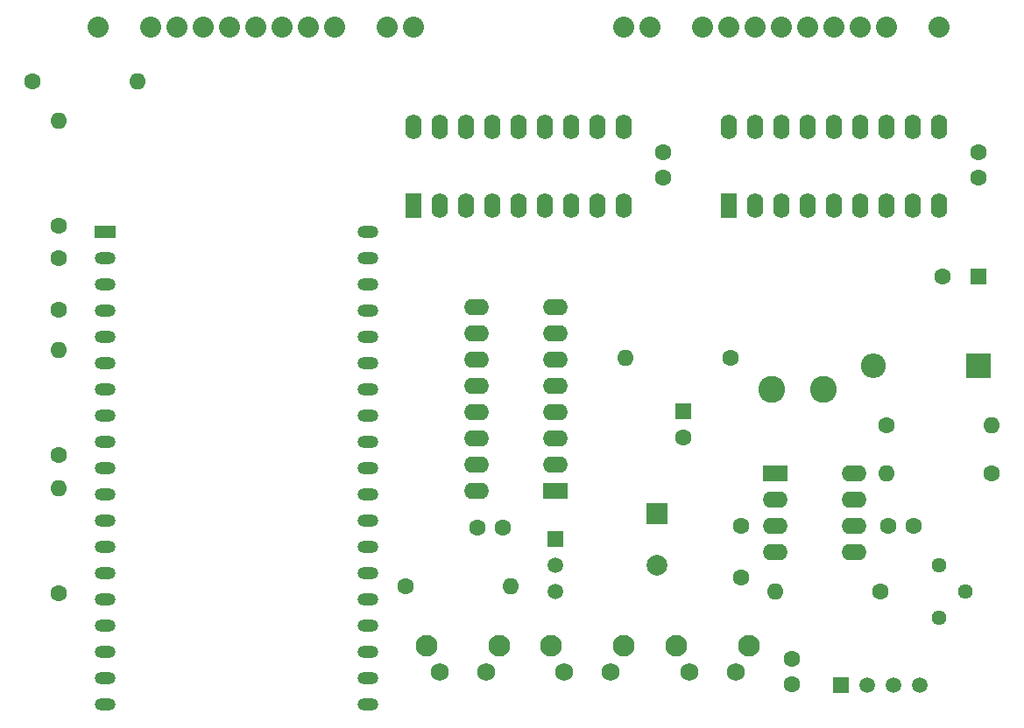
<source format=gbr>
%TF.GenerationSoftware,KiCad,Pcbnew,7.0.2*%
%TF.CreationDate,2023-09-30T04:37:45+09:00*%
%TF.ProjectId,VFD_NTP_CLOCK_V2.0,5646445f-4e54-4505-9f43-4c4f434b5f56,rev?*%
%TF.SameCoordinates,PX5e78920PY6f7ffe8*%
%TF.FileFunction,Soldermask,Bot*%
%TF.FilePolarity,Negative*%
%FSLAX46Y46*%
G04 Gerber Fmt 4.6, Leading zero omitted, Abs format (unit mm)*
G04 Created by KiCad (PCBNEW 7.0.2) date 2023-09-30 04:37:45*
%MOMM*%
%LPD*%
G01*
G04 APERTURE LIST*
%ADD10C,1.600000*%
%ADD11O,1.600000X1.600000*%
%ADD12C,1.440000*%
%ADD13R,1.600000X1.600000*%
%ADD14C,2.032000*%
%ADD15R,1.600000X2.400000*%
%ADD16O,1.600000X2.400000*%
%ADD17C,2.600000*%
%ADD18C,2.100000*%
%ADD19C,1.750000*%
%ADD20R,2.400000X1.600000*%
%ADD21O,2.400000X1.600000*%
%ADD22R,1.500000X1.500000*%
%ADD23C,1.500000*%
%ADD24R,2.400000X2.400000*%
%ADD25O,2.400000X2.400000*%
%ADD26R,2.000000X1.200000*%
%ADD27O,2.000000X1.200000*%
%ADD28R,2.000000X2.000000*%
%ADD29C,2.000000*%
G04 APERTURE END LIST*
D10*
%TO.C,R9*%
X69977000Y35509200D03*
D11*
X59817000Y35509200D03*
%TD*%
D10*
%TO.C,R2*%
X38608000Y13411200D03*
D11*
X48768000Y13411200D03*
%TD*%
D10*
%TO.C,C8*%
X93980000Y52948200D03*
X93980000Y55448200D03*
%TD*%
D12*
%TO.C,RV1*%
X90170000Y10363200D03*
X92710000Y12903200D03*
X90170000Y15443200D03*
%TD*%
D13*
%TO.C,C9*%
X93980000Y43383200D03*
D10*
X90480000Y43383200D03*
%TD*%
D14*
%TO.C,U5*%
X90170000Y67486200D03*
X85090000Y67486200D03*
X82550000Y67486200D03*
X80010000Y67486200D03*
X77470000Y67486200D03*
X74930000Y67486200D03*
X72390000Y67486200D03*
X69850000Y67486200D03*
X67310000Y67486200D03*
X62230000Y67486200D03*
X59690000Y67486200D03*
X39370000Y67486200D03*
X36830000Y67486200D03*
X31750000Y67486200D03*
X29210000Y67486200D03*
X26670000Y67486200D03*
X24130000Y67486200D03*
X21590000Y67486200D03*
X19050000Y67486200D03*
X16510000Y67486200D03*
X13970000Y67486200D03*
X8890000Y67486200D03*
%TD*%
D15*
%TO.C,U4*%
X39370000Y50241200D03*
D16*
X41910000Y50241200D03*
X44450000Y50241200D03*
X46990000Y50241200D03*
X49530000Y50241200D03*
X52070000Y50241200D03*
X54610000Y50241200D03*
X57150000Y50241200D03*
X59690000Y50241200D03*
X59690000Y57861200D03*
X57150000Y57861200D03*
X54610000Y57861200D03*
X52070000Y57861200D03*
X49530000Y57861200D03*
X46990000Y57861200D03*
X44450000Y57861200D03*
X41910000Y57861200D03*
X39370000Y57861200D03*
%TD*%
D10*
%TO.C,R4*%
X84455000Y12903200D03*
D11*
X74295000Y12903200D03*
%TD*%
D10*
%TO.C,C7*%
X63500000Y52948200D03*
X63500000Y55448200D03*
%TD*%
%TO.C,R5*%
X2540000Y62306200D03*
D11*
X12700000Y62306200D03*
%TD*%
D17*
%TO.C,L1*%
X73994000Y32461200D03*
X78994000Y32461200D03*
%TD*%
D15*
%TO.C,U6*%
X69850000Y50241200D03*
D16*
X72390000Y50241200D03*
X74930000Y50241200D03*
X77470000Y50241200D03*
X80010000Y50241200D03*
X82550000Y50241200D03*
X85090000Y50241200D03*
X87630000Y50241200D03*
X90170000Y50241200D03*
X90170000Y57861200D03*
X87630000Y57861200D03*
X85090000Y57861200D03*
X82550000Y57861200D03*
X80010000Y57861200D03*
X77470000Y57861200D03*
X74930000Y57861200D03*
X72390000Y57861200D03*
X69850000Y57861200D03*
%TD*%
D18*
%TO.C,SW3*%
X71735000Y7646200D03*
X64725000Y7646200D03*
D19*
X70485000Y5156200D03*
X65985000Y5156200D03*
%TD*%
D18*
%TO.C,SW1*%
X47605000Y7646200D03*
X40595000Y7646200D03*
D19*
X46355000Y5156200D03*
X41855000Y5156200D03*
%TD*%
D10*
%TO.C,R7*%
X5080000Y26111200D03*
D11*
X5080000Y36271200D03*
%TD*%
D13*
%TO.C,C1*%
X65405000Y30341579D03*
D10*
X65405000Y27841579D03*
%TD*%
%TO.C,C5*%
X75946000Y3906200D03*
X75946000Y6406200D03*
%TD*%
D20*
%TO.C,U1*%
X74295000Y24333200D03*
D21*
X74295000Y21793200D03*
X74295000Y19253200D03*
X74295000Y16713200D03*
X81915000Y16713200D03*
X81915000Y19253200D03*
X81915000Y21793200D03*
X81915000Y24333200D03*
%TD*%
D10*
%TO.C,C4*%
X85217000Y19253200D03*
X87717000Y19253200D03*
%TD*%
D20*
%TO.C,U3*%
X53086000Y22682200D03*
D21*
X53086000Y25222200D03*
X53086000Y27762200D03*
X53086000Y30302200D03*
X53086000Y32842200D03*
X53086000Y35382200D03*
X53086000Y37922200D03*
X53086000Y40462200D03*
X45466000Y40462200D03*
X45466000Y37922200D03*
X45466000Y35382200D03*
X45466000Y32842200D03*
X45466000Y30302200D03*
X45466000Y27762200D03*
X45466000Y25222200D03*
X45466000Y22682200D03*
%TD*%
D10*
%TO.C,R6*%
X5080000Y48336200D03*
D11*
X5080000Y58496200D03*
%TD*%
D22*
%TO.C,Q1*%
X53086000Y17983200D03*
D23*
X53086000Y15443200D03*
X53086000Y12903200D03*
%TD*%
D10*
%TO.C,C6*%
X70993000Y19253200D03*
X70993000Y14253200D03*
%TD*%
D24*
%TO.C,D1*%
X93980000Y34747200D03*
D25*
X83820000Y34747200D03*
%TD*%
D26*
%TO.C,U2*%
X9525000Y47701200D03*
D27*
X9525000Y45161200D03*
X9525000Y42621200D03*
X9525000Y40081200D03*
X9525000Y37541200D03*
X9525000Y35001200D03*
X9525000Y32461200D03*
X9525000Y29921200D03*
X9525000Y27381200D03*
X9525000Y24841200D03*
X9525000Y22301200D03*
X9525000Y19761200D03*
X9525000Y17221200D03*
X9525000Y14681200D03*
X9525000Y12141200D03*
X9525000Y9601200D03*
X9525000Y7061200D03*
X9525000Y4521200D03*
X9525000Y1981200D03*
X34921320Y1983920D03*
X34921320Y4523920D03*
X34925000Y7061200D03*
X34925000Y9601200D03*
X34925000Y12141200D03*
X34925000Y14681200D03*
X34925000Y17221200D03*
X34925000Y19761200D03*
X34925000Y22301200D03*
X34925000Y24841200D03*
X34925000Y27381200D03*
X34925000Y29921200D03*
X34925000Y32461200D03*
X34925000Y35001200D03*
X34925000Y37541200D03*
X34925000Y40081200D03*
X34925000Y42621200D03*
X34925000Y45161200D03*
X34925000Y47701200D03*
%TD*%
D22*
%TO.C,U7*%
X80645000Y3886200D03*
D23*
X83185000Y3886200D03*
X85725000Y3886200D03*
X88265000Y3886200D03*
%TD*%
D10*
%TO.C,C3*%
X5080000Y45161200D03*
X5080000Y40161200D03*
%TD*%
D28*
%TO.C,LS1*%
X62865000Y20443200D03*
D29*
X62865000Y15443200D03*
%TD*%
D10*
%TO.C,R1*%
X95250000Y24333200D03*
D11*
X85090000Y24333200D03*
%TD*%
D18*
%TO.C,SW2*%
X59670000Y7646200D03*
X52660000Y7646200D03*
D19*
X58420000Y5156200D03*
X53920000Y5156200D03*
%TD*%
D10*
%TO.C,R3*%
X85090000Y29032200D03*
D11*
X95250000Y29032200D03*
%TD*%
D10*
%TO.C,C2*%
X45486000Y19126200D03*
X47986000Y19126200D03*
%TD*%
%TO.C,R8*%
X5080000Y12776200D03*
D11*
X5080000Y22936200D03*
%TD*%
M02*

</source>
